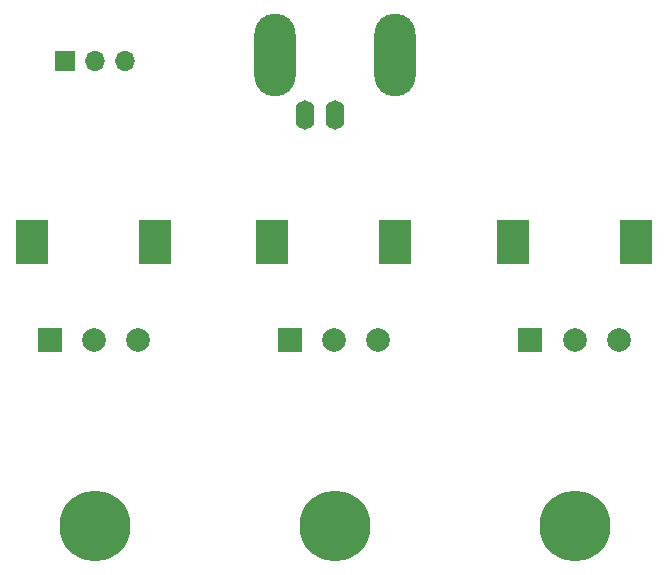
<source format=gbr>
G04 #@! TF.GenerationSoftware,KiCad,Pcbnew,(5.1.5-0-10_14)*
G04 #@! TF.CreationDate,2020-03-13T23:12:58-07:00*
G04 #@! TF.ProjectId,SigGenAdapter,53696747-656e-4416-9461-707465722e6b,rev?*
G04 #@! TF.SameCoordinates,Original*
G04 #@! TF.FileFunction,Copper,L2,Bot*
G04 #@! TF.FilePolarity,Positive*
%FSLAX46Y46*%
G04 Gerber Fmt 4.6, Leading zero omitted, Abs format (unit mm)*
G04 Created by KiCad (PCBNEW (5.1.5-0-10_14)) date 2020-03-13 23:12:58*
%MOMM*%
%LPD*%
G04 APERTURE LIST*
%ADD10R,1.700000X1.700000*%
%ADD11O,1.700000X1.700000*%
%ADD12C,6.000000*%
%ADD13R,2.000000X2.000000*%
%ADD14C,2.000000*%
%ADD15R,2.800000X3.800000*%
%ADD16O,3.500000X7.000000*%
%ADD17O,1.600000X2.500000*%
G04 APERTURE END LIST*
D10*
X74422000Y-62484000D03*
D11*
X76962000Y-62484000D03*
X79502000Y-62484000D03*
D12*
X76962000Y-101854000D03*
X97282000Y-101854000D03*
X117602000Y-101854000D03*
D13*
X73152000Y-86106000D03*
D14*
X76902000Y-86106000D03*
X80652000Y-86106000D03*
D15*
X71702000Y-77781000D03*
X82102000Y-77781000D03*
X122802000Y-77781000D03*
X112402000Y-77781000D03*
D14*
X121352000Y-86106000D03*
X117602000Y-86106000D03*
D13*
X113852000Y-86106000D03*
X93472000Y-86106000D03*
D14*
X97222000Y-86106000D03*
X100972000Y-86106000D03*
D15*
X92022000Y-77781000D03*
X102422000Y-77781000D03*
D16*
X92202000Y-61976000D03*
X102362000Y-61976000D03*
D17*
X97282000Y-67056000D03*
X94742000Y-67056000D03*
M02*

</source>
